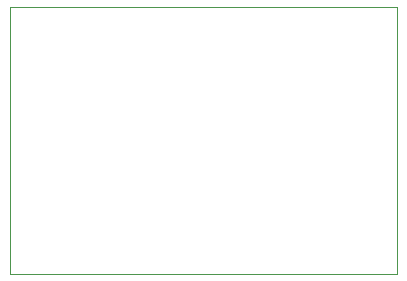
<source format=gbr>
%TF.GenerationSoftware,KiCad,Pcbnew,(6.0.0-0)*%
%TF.CreationDate,2022-07-05T22:52:54-04:00*%
%TF.ProjectId,IO-VGA-nand-gates,494f2d56-4741-42d6-9e61-6e642d676174,rev?*%
%TF.SameCoordinates,Original*%
%TF.FileFunction,Profile,NP*%
%FSLAX46Y46*%
G04 Gerber Fmt 4.6, Leading zero omitted, Abs format (unit mm)*
G04 Created by KiCad (PCBNEW (6.0.0-0)) date 2022-07-05 22:52:54*
%MOMM*%
%LPD*%
G01*
G04 APERTURE LIST*
%TA.AperFunction,Profile*%
%ADD10C,0.050000*%
%TD*%
G04 APERTURE END LIST*
D10*
X127508000Y-81026000D02*
X160274000Y-81026000D01*
X160274000Y-81026000D02*
X160274000Y-103632000D01*
X160274000Y-103632000D02*
X127508000Y-103632000D01*
X127508000Y-103632000D02*
X127508000Y-81026000D01*
M02*

</source>
